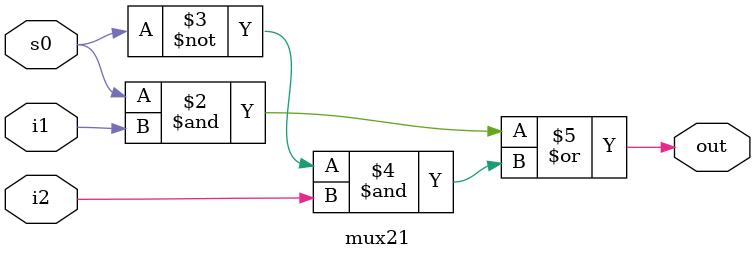
<source format=v>
module mux21(s0,i1,i2,out);
input s0,i1,i2;
output reg out;
wire o1,o2;
always @(i2 or i2 or s0)
begin
out = (s0 & i1) | (~s0 & i2);
end
endmodule

</source>
